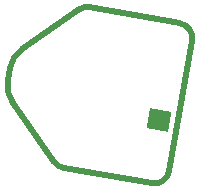
<source format=gbr>
*
G4_C Author: OrCAD GerbTool(tm) 8.1.1 Wed Jun 18 23:17:29 2003*
%LPD*%
%LNstifftop*%
%FSLAX34Y34*%
%MOIN*%
%AD*%
%AMD26R81*
20,1,0.027000,0.000000,-0.036000,0.000000,0.036000,81.000000*
%
%AMD12R359*
20,1,0.027000,0.035560,-0.005630,-0.035560,0.005630,359.000000*
%
%ADD10C,0.010000*%
%ADD11C,0.020000*%
%ADD12D26R81*%
%ADD13D12R359*%
%ADD26R,0.027000X0.072000*%
G4_C OrCAD GerbTool Tool List *
G54D11*
G1X94852Y32318D2*
G75*
G3X94446Y32897I-492J87D1*
G74*
G1X91425Y33430D1*
G75*
G3X91052Y33348I-87J-492D1*
G74*
G1X90255Y28281D2*
G75*
G3X90577Y28076I410J287D1*
G74*
G1X93505Y27560D1*
G1X94084Y27965D2*
G1X94852Y32318D1*
G1X93505Y27560D2*
G75*
G3X94084Y27965I87J493D1*
G74*
G1X90255Y28281D2*
G1X88874Y30254D1*
G75*
G2X88708Y31001I819J574D1*
G74*
G1X88778Y31398D1*
G1X89189Y32043D2*
G1X91052Y33348D1*
G1X88778Y31398D2*
G75*
G2X89189Y32043I985J-174D1*
G74*
G54D13*
G1X93798Y29863D3*
G1X93763Y29666D3*
G1X93728Y29471D3*
M2*

</source>
